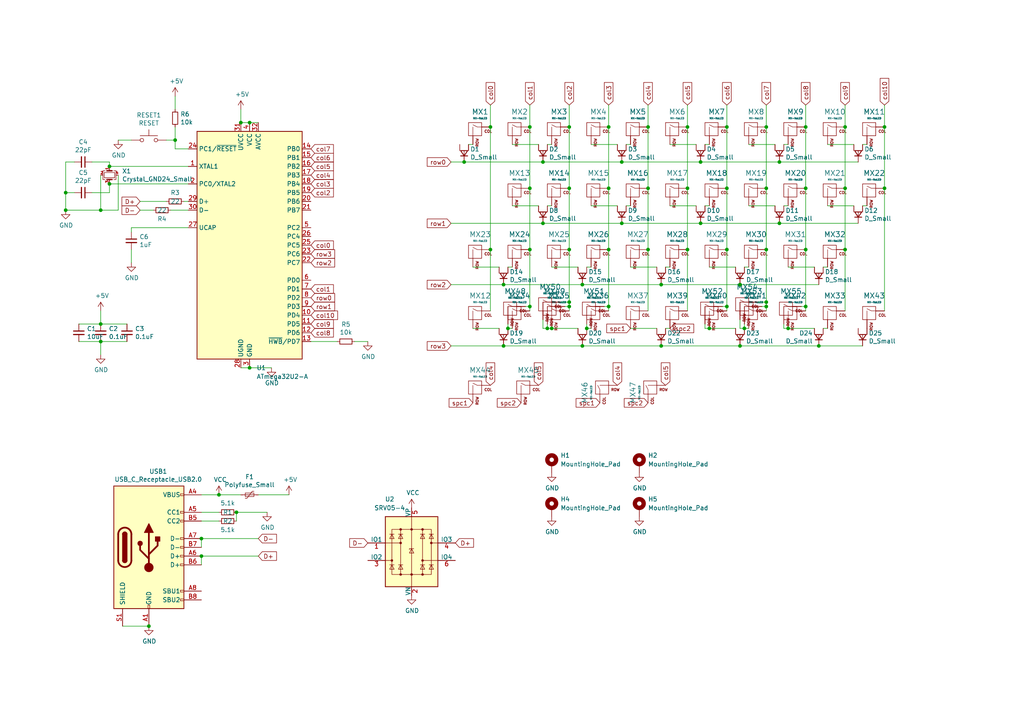
<source format=kicad_sch>
(kicad_sch (version 20211123) (generator eeschema)
  (paper "A4")
  (junction (at 203.2 64.77))
  (junction (at 222.25 87.63))
  (junction (at 72.39 35.56))
  (junction (at 222.25 88.9))
  (junction (at 165.1 54.61))
  (junction (at 187.96 36.83))
  (junction (at 237.49 100.33))
  (junction (at 165.1 36.83))
  (junction (at 210.82 72.39))
  (junction (at 19.05 60.96))
  (junction (at 153.67 36.83))
  (junction (at 233.68 54.61))
  (junction (at 176.53 88.9))
  (junction (at 199.39 72.39))
  (junction (at 142.24 72.39))
  (junction (at 233.68 72.39))
  (junction (at 245.11 72.39))
  (junction (at 245.11 54.61))
  (junction (at 210.82 36.83))
  (junction (at 256.54 36.83))
  (junction (at 226.06 46.99))
  (junction (at 142.24 36.83))
  (junction (at 187.96 72.39))
  (junction (at 214.63 82.55))
  (junction (at 153.67 88.9))
  (junction (at 146.05 82.55))
  (junction (at 157.48 46.99))
  (junction (at 153.67 54.61))
  (junction (at 256.54 54.61))
  (junction (at 226.06 64.77))
  (junction (at 187.96 54.61))
  (junction (at 199.39 54.61))
  (junction (at 222.25 36.83))
  (junction (at 214.63 100.33))
  (junction (at 215.9 95.25))
  (junction (at 165.1 72.39))
  (junction (at 43.18 181.61))
  (junction (at 158.75 95.25))
  (junction (at 199.39 36.83))
  (junction (at 180.34 46.99))
  (junction (at 72.39 106.68))
  (junction (at 69.85 35.56))
  (junction (at 168.91 100.33))
  (junction (at 134.62 46.99))
  (junction (at 160.02 95.25))
  (junction (at 31.75 53.34))
  (junction (at 176.53 54.61))
  (junction (at 203.2 46.99))
  (junction (at 29.21 99.06))
  (junction (at 146.05 100.33))
  (junction (at 29.21 93.98))
  (junction (at 233.68 36.83))
  (junction (at 176.53 36.83))
  (junction (at 228.6 95.25))
  (junction (at 58.42 156.21))
  (junction (at 191.77 82.55))
  (junction (at 180.34 64.77))
  (junction (at 31.75 48.26))
  (junction (at 210.82 54.61))
  (junction (at 168.91 82.55))
  (junction (at 63.5 143.51))
  (junction (at 233.68 88.9))
  (junction (at 157.48 64.77))
  (junction (at 147.32 95.25))
  (junction (at 222.25 54.61))
  (junction (at 222.25 72.39))
  (junction (at 50.8 40.64))
  (junction (at 176.53 72.39))
  (junction (at 19.05 55.88))
  (junction (at 29.21 60.96))
  (junction (at 210.82 88.9))
  (junction (at 165.1 87.63))
  (junction (at 170.18 95.25))
  (junction (at 245.11 36.83))
  (junction (at 58.42 161.29))
  (junction (at 191.77 100.33))
  (junction (at 153.67 72.39))
  (junction (at 68.58 148.59))
  (junction (at 165.1 88.9))
  (junction (at 205.74 95.25))
  (wire (pts (xy 193.04 95.25) (xy 194.31 95.25)))
  (wire (pts (xy 176.53 88.9) (xy 176.53 90.17)))
  (wire (pts (xy 181.61 59.69) (xy 182.88 59.69)))
  (wire (pts (xy 35.56 181.61) (xy 43.18 181.61)))
  (wire (pts (xy 31.75 46.99) (xy 26.67 46.99)))
  (wire (pts (xy 245.11 36.83) (xy 245.11 54.61)))
  (wire (pts (xy 222.25 54.61) (xy 222.25 72.39)))
  (wire (pts (xy 168.91 100.33) (xy 191.77 100.33)))
  (wire (pts (xy 204.47 59.69) (xy 205.74 59.69)))
  (wire (pts (xy 233.68 72.39) (xy 233.68 88.9)))
  (wire (pts (xy 214.63 100.33) (xy 237.49 100.33)))
  (wire (pts (xy 180.34 46.99) (xy 203.2 46.99)))
  (wire (pts (xy 63.5 143.51) (xy 69.85 143.51)))
  (wire (pts (xy 31.75 55.88) (xy 31.75 53.34)))
  (wire (pts (xy 187.96 72.39) (xy 187.96 90.17)))
  (wire (pts (xy 233.68 30.48) (xy 233.68 36.83)))
  (wire (pts (xy 54.61 66.04) (xy 38.1 66.04)))
  (wire (pts (xy 247.65 59.69) (xy 240.03 59.69)))
  (wire (pts (xy 181.61 41.91) (xy 182.88 41.91)))
  (wire (pts (xy 204.47 95.25) (xy 204.47 93.98)))
  (wire (pts (xy 214.63 95.25) (xy 215.9 95.25)))
  (wire (pts (xy 58.42 151.13) (xy 63.5 151.13)))
  (wire (pts (xy 167.64 95.25) (xy 160.02 95.25)))
  (wire (pts (xy 54.61 48.26) (xy 31.75 48.26)))
  (wire (pts (xy 38.1 66.04) (xy 38.1 67.31)))
  (wire (pts (xy 180.34 64.77) (xy 203.2 64.77)))
  (wire (pts (xy 50.8 40.64) (xy 50.8 43.18)))
  (wire (pts (xy 237.49 100.33) (xy 250.19 100.33)))
  (wire (pts (xy 165.1 54.61) (xy 165.1 72.39)))
  (wire (pts (xy 170.18 77.47) (xy 171.45 77.47)))
  (wire (pts (xy 142.24 30.48) (xy 142.24 36.83)))
  (wire (pts (xy 256.54 36.83) (xy 256.54 54.61)))
  (wire (pts (xy 147.32 93.98) (xy 147.32 95.25)))
  (wire (pts (xy 22.86 99.06) (xy 29.21 99.06)))
  (wire (pts (xy 245.11 72.39) (xy 245.11 90.17)))
  (wire (pts (xy 187.96 54.61) (xy 187.96 72.39)))
  (wire (pts (xy 167.64 77.47) (xy 160.02 77.47)))
  (wire (pts (xy 226.06 46.99) (xy 248.92 46.99)))
  (wire (pts (xy 29.21 99.06) (xy 36.83 99.06)))
  (wire (pts (xy 193.04 77.47) (xy 194.31 77.47)))
  (wire (pts (xy 199.39 54.61) (xy 199.39 72.39)))
  (wire (pts (xy 153.67 36.83) (xy 153.67 30.48)))
  (wire (pts (xy 245.11 54.61) (xy 245.11 72.39)))
  (wire (pts (xy 77.47 148.59) (xy 68.58 148.59)))
  (wire (pts (xy 238.76 95.25) (xy 240.03 95.25)))
  (wire (pts (xy 158.75 41.91) (xy 160.02 41.91)))
  (wire (pts (xy 227.33 41.91) (xy 228.6 41.91)))
  (wire (pts (xy 222.25 88.9) (xy 222.25 90.17)))
  (wire (pts (xy 157.48 92.71) (xy 157.48 95.25)))
  (wire (pts (xy 34.29 50.8) (xy 34.29 60.96)))
  (wire (pts (xy 222.25 72.39) (xy 222.25 87.63)))
  (wire (pts (xy 158.75 59.69) (xy 160.02 59.69)))
  (wire (pts (xy 48.26 40.64) (xy 50.8 40.64)))
  (wire (pts (xy 175.26 88.9) (xy 176.53 88.9)))
  (wire (pts (xy 158.75 95.25) (xy 160.02 95.25)))
  (wire (pts (xy 29.21 93.98) (xy 29.21 90.17)))
  (wire (pts (xy 213.36 77.47) (xy 205.74 77.47)))
  (wire (pts (xy 69.85 106.68) (xy 72.39 106.68)))
  (wire (pts (xy 58.42 158.75) (xy 58.42 156.21)))
  (wire (pts (xy 214.63 82.55) (xy 237.49 82.55)))
  (wire (pts (xy 236.22 77.47) (xy 228.6 77.47)))
  (wire (pts (xy 147.32 95.25) (xy 148.59 95.25)))
  (wire (pts (xy 29.21 60.96) (xy 19.05 60.96)))
  (wire (pts (xy 236.22 95.25) (xy 228.6 95.25)))
  (wire (pts (xy 238.76 77.47) (xy 240.03 77.47)))
  (wire (pts (xy 214.63 92.71) (xy 214.63 95.25)))
  (wire (pts (xy 72.39 106.68) (xy 78.74 106.68)))
  (wire (pts (xy 38.1 76.2) (xy 38.1 72.39)))
  (wire (pts (xy 53.34 58.42) (xy 54.61 58.42)))
  (wire (pts (xy 250.19 59.69) (xy 251.46 59.69)))
  (wire (pts (xy 54.61 43.18) (xy 50.8 43.18)))
  (wire (pts (xy 165.1 87.63) (xy 165.1 88.9)))
  (wire (pts (xy 31.75 46.99) (xy 31.75 48.26)))
  (wire (pts (xy 203.2 46.99) (xy 226.06 46.99)))
  (wire (pts (xy 199.39 36.83) (xy 199.39 54.61)))
  (wire (pts (xy 204.47 41.91) (xy 205.74 41.91)))
  (wire (pts (xy 106.68 99.06) (xy 102.87 99.06)))
  (wire (pts (xy 29.21 93.98) (xy 36.83 93.98)))
  (wire (pts (xy 19.05 46.99) (xy 21.59 46.99)))
  (wire (pts (xy 210.82 30.48) (xy 210.82 36.83)))
  (wire (pts (xy 19.05 55.88) (xy 19.05 46.99)))
  (wire (pts (xy 162.56 87.63) (xy 165.1 87.63)))
  (wire (pts (xy 190.5 77.47) (xy 182.88 77.47)))
  (wire (pts (xy 142.24 72.39) (xy 142.24 90.17)))
  (wire (pts (xy 247.65 41.91) (xy 240.03 41.91)))
  (wire (pts (xy 222.25 87.63) (xy 222.25 88.9)))
  (wire (pts (xy 157.48 95.25) (xy 158.75 95.25)))
  (wire (pts (xy 215.9 77.47) (xy 217.17 77.47)))
  (wire (pts (xy 191.77 82.55) (xy 214.63 82.55)))
  (wire (pts (xy 50.8 36.83) (xy 50.8 40.64)))
  (wire (pts (xy 153.67 36.83) (xy 153.67 54.61)))
  (wire (pts (xy 29.21 93.98) (xy 22.86 93.98)))
  (wire (pts (xy 199.39 72.39) (xy 199.39 90.17)))
  (wire (pts (xy 179.07 59.69) (xy 171.45 59.69)))
  (wire (pts (xy 210.82 36.83) (xy 210.82 54.61)))
  (wire (pts (xy 219.71 87.63) (xy 222.25 87.63)))
  (wire (pts (xy 220.98 88.9) (xy 222.25 88.9)))
  (wire (pts (xy 205.74 95.25) (xy 204.47 95.25)))
  (wire (pts (xy 176.53 54.61) (xy 176.53 72.39)))
  (wire (pts (xy 201.93 41.91) (xy 194.31 41.91)))
  (wire (pts (xy 156.21 59.69) (xy 148.59 59.69)))
  (wire (pts (xy 146.05 100.33) (xy 168.91 100.33)))
  (wire (pts (xy 187.96 36.83) (xy 187.96 54.61)))
  (wire (pts (xy 142.24 36.83) (xy 142.24 72.39)))
  (wire (pts (xy 26.67 55.88) (xy 31.75 55.88)))
  (wire (pts (xy 146.05 82.55) (xy 168.91 82.55)))
  (wire (pts (xy 68.58 151.13) (xy 68.58 148.59)))
  (wire (pts (xy 72.39 35.56) (xy 74.93 35.56)))
  (wire (pts (xy 215.9 93.98) (xy 215.9 95.25)))
  (wire (pts (xy 250.19 41.91) (xy 251.46 41.91)))
  (wire (pts (xy 179.07 41.91) (xy 171.45 41.91)))
  (wire (pts (xy 19.05 55.88) (xy 19.05 60.96)))
  (wire (pts (xy 130.81 82.55) (xy 146.05 82.55)))
  (wire (pts (xy 38.1 40.64) (xy 34.29 40.64)))
  (wire (pts (xy 134.62 46.99) (xy 157.48 46.99)))
  (wire (pts (xy 130.81 100.33) (xy 146.05 100.33)))
  (wire (pts (xy 40.64 58.42) (xy 48.26 58.42)))
  (wire (pts (xy 157.48 64.77) (xy 180.34 64.77)))
  (wire (pts (xy 44.45 60.96) (xy 40.64 60.96)))
  (wire (pts (xy 176.53 36.83) (xy 176.53 54.61)))
  (wire (pts (xy 49.53 60.96) (xy 54.61 60.96)))
  (wire (pts (xy 29.21 102.87) (xy 29.21 99.06)))
  (wire (pts (xy 222.25 36.83) (xy 222.25 30.48)))
  (wire (pts (xy 157.48 46.99) (xy 180.34 46.99)))
  (wire (pts (xy 69.85 35.56) (xy 72.39 35.56)))
  (wire (pts (xy 69.85 31.75) (xy 69.85 35.56)))
  (wire (pts (xy 29.21 50.8) (xy 29.21 60.96)))
  (wire (pts (xy 130.81 64.77) (xy 157.48 64.77)))
  (wire (pts (xy 209.55 88.9) (xy 210.82 88.9)))
  (wire (pts (xy 21.59 55.88) (xy 19.05 55.88)))
  (wire (pts (xy 210.82 88.9) (xy 210.82 90.17)))
  (wire (pts (xy 176.53 72.39) (xy 176.53 88.9)))
  (wire (pts (xy 163.83 88.9) (xy 165.1 88.9)))
  (wire (pts (xy 144.78 77.47) (xy 137.16 77.47)))
  (wire (pts (xy 232.41 88.9) (xy 233.68 88.9)))
  (wire (pts (xy 156.21 41.91) (xy 148.59 41.91)))
  (wire (pts (xy 58.42 161.29) (xy 74.93 161.29)))
  (wire (pts (xy 31.75 53.34) (xy 54.61 53.34)))
  (wire (pts (xy 199.39 36.83) (xy 199.39 30.48)))
  (wire (pts (xy 245.11 36.83) (xy 245.11 30.48)))
  (wire (pts (xy 176.53 36.83) (xy 176.53 30.48)))
  (wire (pts (xy 158.75 93.98) (xy 158.75 95.25)))
  (wire (pts (xy 165.1 72.39) (xy 165.1 87.63)))
  (wire (pts (xy 222.25 36.83) (xy 222.25 54.61)))
  (wire (pts (xy 182.88 95.25) (xy 190.5 95.25)))
  (wire (pts (xy 58.42 156.21) (xy 74.93 156.21)))
  (wire (pts (xy 224.79 41.91) (xy 217.17 41.91)))
  (wire (pts (xy 147.32 77.47) (xy 148.59 77.47)))
  (wire (pts (xy 170.18 93.98) (xy 170.18 95.25)))
  (wire (pts (xy 191.77 100.33) (xy 214.63 100.33)))
  (wire (pts (xy 130.81 46.99) (xy 134.62 46.99)))
  (wire (pts (xy 226.06 64.77) (xy 248.92 64.77)))
  (wire (pts (xy 58.42 148.59) (xy 63.5 148.59)))
  (wire (pts (xy 153.67 88.9) (xy 153.67 90.17)))
  (wire (pts (xy 187.96 30.48) (xy 187.96 36.83)))
  (wire (pts (xy 152.4 88.9) (xy 153.67 88.9)))
  (wire (pts (xy 58.42 143.51) (xy 63.5 143.51)))
  (wire (pts (xy 153.67 72.39) (xy 153.67 88.9)))
  (wire (pts (xy 170.18 95.25) (xy 171.45 95.25)))
  (wire (pts (xy 165.1 30.48) (xy 165.1 36.83)))
  (wire (pts (xy 227.33 59.69) (xy 228.6 59.69)))
  (wire (pts (xy 135.89 41.91) (xy 137.16 41.91)))
  (wire (pts (xy 213.36 95.25) (xy 205.74 95.25)))
  (wire (pts (xy 210.82 54.61) (xy 210.82 72.39)))
  (wire (pts (xy 224.79 59.69) (xy 217.17 59.69)))
  (wire (pts (xy 256.54 54.61) (xy 256.54 90.17)))
  (wire (pts (xy 97.79 99.06) (xy 90.17 99.06)))
  (wire (pts (xy 29.21 60.96) (xy 34.29 60.96)))
  (wire (pts (xy 168.91 82.55) (xy 191.77 82.55)))
  (wire (pts (xy 233.68 88.9) (xy 233.68 90.17)))
  (wire (pts (xy 153.67 54.61) (xy 153.67 72.39)))
  (wire (pts (xy 227.33 93.98) (xy 227.33 95.25)))
  (wire (pts (xy 210.82 72.39) (xy 210.82 88.9)))
  (wire (pts (xy 50.8 27.94) (xy 50.8 31.75)))
  (wire (pts (xy 58.42 163.83) (xy 58.42 161.29)))
  (wire (pts (xy 165.1 36.83) (xy 165.1 54.61)))
  (wire (pts (xy 233.68 36.83) (xy 233.68 54.61)))
  (wire (pts (xy 201.93 59.69) (xy 194.31 59.69)))
  (wire (pts (xy 227.33 95.25) (xy 228.6 95.25)))
  (wire (pts (xy 256.54 30.48) (xy 256.54 36.83)))
  (wire (pts (xy 203.2 64.77) (xy 226.06 64.77)))
  (wire (pts (xy 165.1 88.9) (xy 165.1 90.17)))
  (wire (pts (xy 233.68 54.61) (xy 233.68 72.39)))
  (wire (pts (xy 137.16 95.25) (xy 144.78 95.25)))
  (wire (pts (xy 215.9 95.25) (xy 217.17 95.25)))
  (wire (pts (xy 74.93 143.51) (xy 83.82 143.51)))
  (global_label "col3" (shape input) (at 90.17 53.34 0) (property "Intersheet References" "${INTERSHEET_REFS}" (effects hide)))
  (global_label "col10" (shape input) (at 90.17 91.44 0) (property "Intersheet References" "${INTERSHEET_REFS}" (effects hide)))
  (global_label "row0" (shape input) (at 90.17 86.36 0) (property "Intersheet References" "${INTERSHEET_REFS}" (effects hide)))
  (global_label "col5" (shape input) (at 199.39 30.48 90) (property "Intersheet References" "${INTERSHEET_REFS}" (effects hide)))
  (global_label "col4" (shape input) (at 179.07 111.76 90) (property "Intersheet References" "${INTERSHEET_REFS}" (effects hide)))
  (global_label "col6" (shape input) (at 90.17 45.72 0) (property "Intersheet References" "${INTERSHEET_REFS}" (effects hide)))
  (global_label "col9" (shape input) (at 90.17 93.98 0) (property "Intersheet References" "${INTERSHEET_REFS}" (effects hide)))
  (global_label "row3" (shape input) (at 90.17 73.66 0) (property "Intersheet References" "${INTERSHEET_REFS}" (effects hide)))
  (global_label "col6" (shape input) (at 210.82 30.48 90) (property "Intersheet References" "${INTERSHEET_REFS}" (effects hide)))
  (global_label "col9" (shape input) (at 245.11 30.48 90) (property "Intersheet References" "${INTERSHEET_REFS}" (effects hide)))
  (global_label "col7" (shape input) (at 90.17 43.18 0) (property "Intersheet References" "${INTERSHEET_REFS}" (effects hide)))
  (global_label "col0" (shape input) (at 90.17 71.12 0) (property "Intersheet References" "${INTERSHEET_REFS}" (effects hide)))
  (global_label "spc2" (shape input) (at 187.96 116.84 180) (property "Intersheet References" "${INTERSHEET_REFS}" (effects hide)))
  (global_label "D-" (shape input) (at 74.93 156.21 0) (property "Intersheet References" "${INTERSHEET_REFS}" (effects hide)))
  (global_label "row0" (shape input) (at 130.81 46.99 180) (property "Intersheet References" "${INTERSHEET_REFS}" (effects hide)))
  (global_label "spc2" (shape input) (at 151.13 116.84 180) (property "Intersheet References" "${INTERSHEET_REFS}" (effects hide)))
  (global_label "col1" (shape input) (at 90.17 83.82 0) (property "Intersheet References" "${INTERSHEET_REFS}" (effects hide)))
  (global_label "col10" (shape input) (at 256.54 30.48 90) (property "Intersheet References" "${INTERSHEET_REFS}" (effects hide)))
  (global_label "spc1" (shape input) (at 182.88 95.25 180) (property "Intersheet References" "${INTERSHEET_REFS}" (effects hide)))
  (global_label "D+" (shape input) (at 132.08 157.48 0) (property "Intersheet References" "${INTERSHEET_REFS}" (effects hide)))
  (global_label "row2" (shape input) (at 130.81 82.55 180) (property "Intersheet References" "${INTERSHEET_REFS}" (effects hide)))
  (global_label "col5" (shape input) (at 156.21 111.76 90) (property "Intersheet References" "${INTERSHEET_REFS}" (effects hide)))
  (global_label "spc2" (shape input) (at 194.31 95.25 0) (property "Intersheet References" "${INTERSHEET_REFS}" (effects hide)))
  (global_label "col8" (shape input) (at 233.68 30.48 90) (property "Intersheet References" "${INTERSHEET_REFS}" (effects hide)))
  (global_label "row1" (shape input) (at 130.81 64.77 180) (property "Intersheet References" "${INTERSHEET_REFS}" (effects hide)))
  (global_label "col5" (shape input) (at 90.17 48.26 0) (property "Intersheet References" "${INTERSHEET_REFS}" (effects hide)))
  (global_label "col1" (shape input) (at 153.67 30.48 90) (property "Intersheet References" "${INTERSHEET_REFS}" (effects hide)))
  (global_label "spc1" (shape input) (at 173.99 116.84 180) (property "Intersheet References" "${INTERSHEET_REFS}" (effects hide)))
  (global_label "D-" (shape input) (at 106.68 157.48 180) (property "Intersheet References" "${INTERSHEET_REFS}" (effects hide)))
  (global_label "D+" (shape input) (at 74.93 161.29 0) (property "Intersheet References" "${INTERSHEET_REFS}" (effects hide)))
  (global_label "col2" (shape input) (at 165.1 30.48 90) (property "Intersheet References" "${INTERSHEET_REFS}" (effects hide)))
  (global_label "col4" (shape input) (at 90.17 50.8 0) (property "Intersheet References" "${INTERSHEET_REFS}" (effects hide)))
  (global_label "D+" (shape input) (at 40.64 58.42 180) (property "Intersheet References" "${INTERSHEET_REFS}" (effects hide)))
  (global_label "col4" (shape input) (at 187.96 30.48 90) (property "Intersheet References" "${INTERSHEET_REFS}" (effects hide)))
  (global_label "col8" (shape input) (at 90.17 96.52 0) (property "Intersheet References" "${INTERSHEET_REFS}" (effects hide)))
  (global_label "row3" (shape input) (at 130.81 100.33 180) (property "Intersheet References" "${INTERSHEET_REFS}" (effects hide)))
  (global_label "spc1" (shape input) (at 137.16 116.84 180) (property "Intersheet References" "${INTERSHEET_REFS}" (effects hide)))
  (global_label "D-" (shape input) (at 40.64 60.96 180) (property "Intersheet References" "${INTERSHEET_REFS}" (effects hide)))
  (global_label "col4" (shape input) (at 142.24 111.76 90) (property "Intersheet References" "${INTERSHEET_REFS}" (effects hide)))
  (global_label "row2" (shape input) (at 90.17 76.2 0) (property "Intersheet References" "${INTERSHEET_REFS}" (effects hide)))
  (global_label "col7" (shape input) (at 222.25 30.48 90) (property "Intersheet References" "${INTERSHEET_REFS}" (effects hide)))
  (global_label "col2" (shape input) (at 90.17 55.88 0) (property "Intersheet References" "${INTERSHEET_REFS}" (effects hide)))
  (global_label "row1" (shape input) (at 90.17 88.9 0) (property "Intersheet References" "${INTERSHEET_REFS}" (effects hide)))
  (global_label "col5" (shape input) (at 193.04 111.76 90) (property "Intersheet References" "${INTERSHEET_REFS}" (effects hide)))
  (global_label "col3" (shape input) (at 176.53 30.48 90) (property "Intersheet References" "${INTERSHEET_REFS}" (effects hide)))
  (global_label "col0" (shape input) (at 142.24 30.48 90) (property "Intersheet References" "${INTERSHEET_REFS}" (effects hide)))
  (symbol (lib_id "power:+5V") (at 69.85 31.75 0) (unit 1)
    (property "Reference" "#PWR02" (effects hide))
    (property "Value" "+5V" (at 70.231 27.3558 0))
  )
  (symbol (lib_id "power:GND") (at 78.74 106.68 0) (unit 1)
    (property "Reference" "#PWR017" (effects hide))
    (property "Value" "GND" (at 78.867 111.0742 0))
  )
  (symbol (lib_id "Device:R_Small") (at 100.33 99.06 270) (unit 1)
    (property "Reference" "R5" (at 100.33 94.0816 90))
    (property "Value" "10k" (at 100.33 96.393 90))
    (property "Footprint" "Resistor_SMD:R_0805_2012Metric" (effects hide))
    (property "LCSC" "C17414" (effects hide))
  )
  (symbol (lib_id "power:GND") (at 106.68 99.06 0) (unit 1)
    (property "Reference" "#PWR012" (effects hide))
    (property "Value" "GND" (at 106.807 103.4542 0))
  )
  (symbol (lib_id "Device:C_Small") (at 38.1 69.85 0) (unit 1)
    (property "Reference" "C6" (at 40.4368 68.6816 0) (effects (justify left)))
    (property "Value" "1uF" (at 40.4368 70.993 0) (effects (justify left)))
    (property "Footprint" "Capacitor_SMD:C_0805_2012Metric" (effects hide))
    (property "LCSC" "C24123" (effects hide))
  )
  (symbol (lib_id "power:GND") (at 38.1 76.2 0) (unit 1)
    (property "Reference" "#PWR010" (effects hide))
    (property "Value" "GND" (at 38.227 80.5942 0))
  )
  (symbol (lib_id "power:GND") (at 29.21 102.87 0) (unit 1)
    (property "Reference" "#PWR016" (effects hide))
    (property "Value" "GND" (at 29.337 107.2642 0))
  )
  (symbol (lib_id "power:+5V") (at 29.21 90.17 0) (unit 1)
    (property "Reference" "#PWR015" (effects hide))
    (property "Value" "+5V" (at 29.591 85.7758 0))
  )
  (symbol (lib_id "Device:C_Small") (at 29.21 96.52 0) (unit 1)
    (property "Reference" "C2" (at 31.5468 95.3516 0) (effects (justify left)))
    (property "Value" "0.1uF" (at 31.5468 97.663 0) (effects (justify left)))
    (property "Footprint" "Capacitor_SMD:C_0805_2012Metric" (effects hide))
    (property "LCSC" "C49678" (effects hide))
  )
  (symbol (lib_id "Device:C_Small") (at 36.83 96.52 0) (unit 1)
    (property "Reference" "C3" (at 39.1668 95.3516 0) (effects (justify left)))
    (property "Value" "0.1uF" (at 39.1668 97.663 0) (effects (justify left)))
    (property "Footprint" "Capacitor_SMD:C_0805_2012Metric" (effects hide))
    (property "LCSC" "C49678" (effects hide))
  )
  (symbol (lib_id "Device:C_Small") (at 22.86 96.52 0) (unit 1)
    (property "Reference" "C1" (at 25.1968 95.3516 0) (effects (justify left)))
    (property "Value" "10uF" (at 25.1968 97.663 0) (effects (justify left)))
    (property "Footprint" "Capacitor_SMD:C_0805_2012Metric" (effects hide))
    (property "LCSC" "C91245" (effects hide))
  )
  (symbol (lib_id "Device:Crystal_GND24_Small") (at 31.75 50.8 270) (unit 1)
    (property "Reference" "X1" (at 35.4076 49.6316 90) (effects (justify left)))
    (property "Value" "Crystal_GND24_Small" (at 35.4076 51.943 90) (effects (justify left)))
    (property "Footprint" "Crystal:Crystal_SMD_3225-4Pin_3.2x2.5mm" (effects hide))
    (property "LCSC" "C13738" (effects hide))
  )
  (symbol (lib_id "Device:C_Small") (at 24.13 46.99 270) (unit 1)
    (property "Reference" "C4" (at 24.13 41.1734 90))
    (property "Value" "22pF" (at 24.13 43.4848 90))
    (property "Footprint" "Capacitor_SMD:C_0805_2012Metric" (effects hide))
    (property "LCSC" "C1804" (effects hide))
  )
  (symbol (lib_id "Device:C_Small") (at 24.13 55.88 270) (unit 1)
    (property "Reference" "C5" (at 24.13 50.0634 90))
    (property "Value" "22pF" (at 24.13 52.3748 90))
    (property "Footprint" "Capacitor_SMD:C_0805_2012Metric" (effects hide))
    (property "LCSC" "C1804" (effects hide))
  )
  (symbol (lib_id "power:GND") (at 19.05 60.96 0) (unit 1)
    (property "Reference" "#PWR04" (effects hide))
    (property "Value" "GND" (at 19.177 65.3542 0))
  )
  (symbol (lib_id "Switch:SW_Push") (at 43.18 40.64 0) (unit 1)
    (property "Reference" "RESET1" (at 43.18 33.401 0))
    (property "Value" "RESET" (at 43.18 35.7124 0))
    (property "Footprint" "Connector_PinHeader_2.54mm:PinHeader_1x02_P2.54mm_Vertical" (effects hide))
  )
  (symbol (lib_id "power:GND") (at 34.29 40.64 0) (unit 1)
    (property "Reference" "#PWR03" (effects hide))
    (property "Value" "GND" (at 34.417 45.0342 0))
  )
  (symbol (lib_id "Device:R_Small") (at 50.8 34.29 180) (unit 1)
    (property "Reference" "R6" (at 52.2986 33.1216 0) (effects (justify right)))
    (property "Value" "10k" (at 52.2986 35.433 0) (effects (justify right)))
    (property "Footprint" "Resistor_SMD:R_0805_2012Metric" (effects hide))
    (property "LCSC" "C17414" (effects hide))
  )
  (symbol (lib_id "power:+5V") (at 50.8 27.94 0) (unit 1)
    (property "Reference" "#PWR01" (effects hide))
    (property "Value" "+5V" (at 51.181 23.5458 0))
  )
  (symbol (lib_id "Device:R_Small") (at 50.8 58.42 90) (unit 1)
    (property "Reference" "R3" (at 50.8 55.88 90))
    (property "Value" "22" (at 50.8 58.42 90))
    (property "Footprint" "Resistor_SMD:R_0805_2012Metric" (effects hide))
    (property "LCSC" "C17561" (effects hide))
  )
  (symbol (lib_id "Device:R_Small") (at 46.99 60.96 90) (unit 1)
    (property "Reference" "R4" (at 46.99 63.5 90))
    (property "Value" "22" (at 46.99 60.96 90))
    (property "Footprint" "Resistor_SMD:R_0805_2012Metric" (effects hide))
    (property "LCSC" "C17561" (effects hide))
  )
  (symbol (lib_id "Device:Polyfuse_Small") (at 72.39 143.51 270) (unit 1)
    (property "Reference" "F1" (at 72.39 138.303 90))
    (property "Value" "Polyfuse_Small" (at 72.39 140.6144 90))
    (property "Footprint" "Fuse:Fuse_1206_3216Metric" (effects hide))
    (property "LCSC" "C69688" (effects hide))
  )
  (symbol (lib_id "power:+5V") (at 83.82 143.51 0) (unit 1)
    (property "Reference" "#PWR06" (effects hide))
    (property "Value" "+5V" (at 84.201 139.1158 0))
  )
  (symbol (lib_id "power:VCC") (at 63.5 143.51 0) (unit 1)
    (property "Reference" "#PWR07" (effects hide))
    (property "Value" "VCC" (at 63.881 139.1158 0))
  )
  (symbol (lib_id "power:GND") (at 43.18 181.61 0) (unit 1)
    (property "Reference" "#PWR08" (effects hide))
    (property "Value" "GND" (at 43.307 186.0042 0))
  )
  (symbol (lib_id "MX_Alps_Hybrid:MX-NoLED") (at 149.86 38.1 0) (unit 1)
    (property "Reference" "MX2" (at 150.6982 32.4358 0) (effects (font (size 1.524 1.524))))
    (property "Value" "MX-NoLED" (at 150.6982 34.3154 0) (effects (font (size 0.508 0.508))))
    (property "Footprint" "MX_Only:MXOnly-1U-NoLED" (effects hide))
  )
  (symbol (lib_id "MX_Alps_Hybrid:MX-NoLED") (at 161.29 38.1 0) (unit 1)
    (property "Reference" "MX3" (at 162.1282 32.4358 0) (effects (font (size 1.524 1.524))))
    (property "Value" "MX-NoLED" (at 162.1282 34.3154 0) (effects (font (size 0.508 0.508))))
    (property "Footprint" "MX_Only:MXOnly-1U-NoLED" (effects hide))
  )
  (symbol (lib_id "MX_Alps_Hybrid:MX-NoLED") (at 172.72 38.1 0) (unit 1)
    (property "Reference" "MX4" (at 173.5582 32.4358 0) (effects (font (size 1.524 1.524))))
    (property "Value" "MX-NoLED" (at 173.5582 34.3154 0) (effects (font (size 0.508 0.508))))
    (property "Footprint" "MX_Only:MXOnly-1U-NoLED" (effects hide))
  )
  (symbol (lib_id "MX_Alps_Hybrid:MX-NoLED") (at 184.15 38.1 0) (unit 1)
    (property "Reference" "MX5" (at 184.9882 32.4358 0) (effects (font (size 1.524 1.524))))
    (property "Value" "MX-NoLED" (at 184.9882 34.3154 0) (effects (font (size 0.508 0.508))))
    (property "Footprint" "MX_Only:MXOnly-1U-NoLED" (effects hide))
  )
  (symbol (lib_id "custom:D_AAK_Small") (at 157.48 44.45 90) (unit 1)
    (property "Reference" "D2" (at 159.258 43.2816 90) (effects (justify right)))
    (property "Value" "D_Small" (at 159.258 45.593 90) (effects (justify right)))
    (property "Footprint" "custom_parts:D_SOT-23_ANK_norm" (effects hide))
    (property "LCSC" "C68978" (effects hide))
  )
  (symbol (lib_id "MX_Alps_Hybrid:MX-NoLED") (at 195.58 38.1 0) (unit 1)
    (property "Reference" "MX6" (at 196.4182 32.4358 0) (effects (font (size 1.524 1.524))))
    (property "Value" "MX-NoLED" (at 196.4182 34.3154 0) (effects (font (size 0.508 0.508))))
    (property "Footprint" "MX_Only:MXOnly-1U-NoLED" (effects hide))
  )
  (symbol (lib_id "MX_Alps_Hybrid:MX-NoLED") (at 207.01 38.1 0) (unit 1)
    (property "Reference" "MX7" (at 207.8482 32.4358 0) (effects (font (size 1.524 1.524))))
    (property "Value" "MX-NoLED" (at 207.8482 34.3154 0) (effects (font (size 0.508 0.508))))
    (property "Footprint" "MX_Only:MXOnly-1U-NoLED" (effects hide))
  )
  (symbol (lib_id "custom:D_AAK_Small") (at 180.34 44.45 90) (unit 1)
    (property "Reference" "D3" (at 182.118 43.2816 90) (effects (justify right)))
    (property "Value" "D_Small" (at 182.118 45.593 90) (effects (justify right)))
    (property "Footprint" "custom_parts:D_SOT-23_ANK_norm" (effects hide))
    (property "LCSC" "C68978" (effects hide))
  )
  (symbol (lib_id "MX_Alps_Hybrid:MX-NoLED") (at 218.44 38.1 0) (unit 1)
    (property "Reference" "MX8" (at 219.2782 32.4358 0) (effects (font (size 1.524 1.524))))
    (property "Value" "MX-NoLED" (at 219.2782 34.3154 0) (effects (font (size 0.508 0.508))))
    (property "Footprint" "MX_Only:MXOnly-1U-NoLED" (effects hide))
  )
  (symbol (lib_id "MX_Alps_Hybrid:MX-NoLED") (at 229.87 38.1 0) (unit 1)
    (property "Reference" "MX9" (at 230.7082 32.4358 0) (effects (font (size 1.524 1.524))))
    (property "Value" "MX-NoLED" (at 230.7082 34.3154 0) (effects (font (size 0.508 0.508))))
    (property "Footprint" "MX_Only:MXOnly-1U-NoLED" (effects hide))
  )
  (symbol (lib_id "custom:D_AAK_Small") (at 203.2 44.45 90) (unit 1)
    (property "Reference" "D4" (at 204.978 43.2816 90) (effects (justify right)))
    (property "Value" "D_Small" (at 204.978 45.593 90) (effects (justify right)))
    (property "Footprint" "custom_parts:D_SOT-23_ANK_norm" (effects hide))
    (property "LCSC" "C68978" (effects hide))
  )
  (symbol (lib_id "MX_Alps_Hybrid:MX-NoLED") (at 241.3 38.1 0) (unit 1)
    (property "Reference" "MX10" (at 242.1382 32.4358 0) (effects (font (size 1.524 1.524))))
    (property "Value" "MX-NoLED" (at 242.1382 34.3154 0) (effects (font (size 0.508 0.508))))
    (property "Footprint" "MX_Only:MXOnly-1U-NoLED" (effects hide))
  )
  (symbol (lib_id "custom:D_AAK_Small") (at 226.06 44.45 90) (unit 1)
    (property "Reference" "D5" (at 227.838 43.2816 90) (effects (justify right)))
    (property "Value" "D_Small" (at 227.838 45.593 90) (effects (justify right)))
    (property "Footprint" "custom_parts:D_SOT-23_ANK_norm" (effects hide))
    (property "LCSC" "C68978" (effects hide))
  )
  (symbol (lib_id "power:VCC") (at 119.38 147.32 0) (unit 1)
    (property "Reference" "#PWR0103" (effects hide))
    (property "Value" "VCC" (at 119.761 142.9258 0))
  )
  (symbol (lib_id "Connector:USB_C_Receptacle_USB2.0") (at 43.18 158.75 0) (unit 1)
    (property "Reference" "USB1" (at 45.8978 136.7282 0))
    (property "Value" "USB_C_Receptacle_USB2.0" (at 45.8978 139.0396 0))
    (property "Footprint" "Connector_USB:USB_C_Receptacle_HRO_TYPE-C-31-M-12" (effects hide))
    (property "Datasheet" "https://www.usb.org/sites/default/files/documents/usb_type-c.zip" (effects hide))
    (property "LCSC" "C165948" (effects hide))
  )
  (symbol (lib_id "Device:R_Small") (at 66.04 148.59 270) (unit 1)
    (property "Reference" "R1" (at 66.04 148.59 90))
    (property "Value" "5.1k" (at 66.04 145.923 90))
    (property "Footprint" "Resistor_SMD:R_0805_2012Metric" (effects hide))
    (property "LCSC" "C27834" (effects hide))
  )
  (symbol (lib_id "Device:R_Small") (at 66.04 151.13 270) (unit 1)
    (property "Reference" "R2" (at 66.04 151.13 90))
    (property "Value" "5.1k" (at 66.04 153.67 90))
    (property "Footprint" "Resistor_SMD:R_0805_2012Metric" (effects hide))
    (property "LCSC" "C27834" (effects hide))
  )
  (symbol (lib_id "power:GND") (at 77.47 148.59 0) (unit 1)
    (property "Reference" "#PWR0104" (effects hide))
    (property "Value" "GND" (at 77.597 152.9842 0))
  )
  (symbol (lib_id "MX_Alps_Hybrid:MX-NoLED") (at 138.43 38.1 0) (unit 1)
    (property "Reference" "MX1" (at 139.2682 32.4358 0) (effects (font (size 1.524 1.524))))
    (property "Value" "MX-NoLED" (at 139.2682 34.3154 0) (effects (font (size 0.508 0.508))))
    (property "Footprint" "MX_Only:MXOnly-1U-NoLED" (effects hide))
  )
  (symbol (lib_id "Power_Protection:SRV05-4") (at 119.38 160.02 0) (unit 1)
    (property "Reference" "U2" (at 113.03 144.78 0))
    (property "Value" "SRV05-4" (at 113.03 147.32 0))
    (property "Footprint" "Package_TO_SOT_SMD:SOT-23-6" (effects hide))
    (property "Datasheet" "http://www.onsemi.com/pub/Collateral/SRV05-4-D.PDF" (effects hide))
    (property "LCSC" "C85364" (effects hide))
  )
  (symbol (lib_id "power:GND") (at 119.38 172.72 0) (unit 1)
    (property "Reference" "#PWR014" (effects hide))
    (property "Value" "GND" (at 119.507 177.1142 0))
  )
  (symbol (lib_id "MX_Alps_Hybrid:MX-NoLED") (at 252.73 38.1 0) (unit 1)
    (property "Reference" "MX11" (at 253.5682 32.4358 0) (effects (font (size 1.524 1.524))))
    (property "Value" "MX-NoLED" (at 253.5682 34.3154 0) (effects (font (size 0.508 0.508))))
    (property "Footprint" "MX_Only:MXOnly-1U-NoLED" (effects hide))
  )
  (symbol (lib_id "custom:D_AAK_Small") (at 134.62 44.45 90) (unit 1)
    (property "Reference" "D1" (at 136.398 43.2816 90) (effects (justify right)))
    (property "Value" "D_Small" (at 136.398 45.593 90) (effects (justify right)))
    (property "Footprint" "custom_parts:D_SOT-23_ANK_norm" (effects hide))
    (property "LCSC" "C68978" (effects hide))
  )
  (symbol (lib_id "MX_Alps_Hybrid:MX-NoLED") (at 149.86 91.44 0) (unit 1)
    (property "Reference" "MX34" (at 150.6982 85.7758 0) (effects (font (size 1.524 1.524))))
    (property "Value" "MX-NoLED" (at 150.6982 87.6554 0) (effects (font (size 0.508 0.508))))
    (property "Footprint" "MX_Only:MXOnly-1.25U-NoLED" (effects hide))
  )
  (symbol (lib_id "MX_Alps_Hybrid:MX-NoLED") (at 138.43 113.03 0) (unit 1)
    (property "Reference" "MX44" (at 139.2682 107.3658 0) (effects (font (size 1.524 1.524))))
    (property "Value" "MX-NoLED" (at 139.2682 109.2454 0) (effects (font (size 0.508 0.508))))
    (property "Footprint" "MX_Only:MXOnly-2.75U-ReversedStabilizers-NoLED" (effects hide))
  )
  (symbol (lib_id "Mechanical:MountingHole_Pad") (at 185.42 134.62 0) (unit 1)
    (property "Reference" "H2" (at 187.96 132.0799 0) (effects (justify left)))
    (property "Value" "MountingHole_Pad" (at 187.96 134.6199 0) (effects (justify left)))
    (property "Footprint" "MountingHole:MountingHole_2.2mm_M2_DIN965_Pad" (effects hide))
  )
  (symbol (lib_id "MX_Alps_Hybrid:MX-NoLED") (at 228.6 90.17 0) (unit 1)
    (property "Reference" "MX55" (at 229.4382 84.5058 0) (effects (font (size 1.524 1.524))))
    (property "Value" "MX-NoLED" (at 229.4382 86.3854 0) (effects (font (size 0.508 0.508))))
    (property "Footprint" "MX_Only:MXOnly-1.5U-NoLED" (effects hide))
  )
  (symbol (lib_id "MX_Alps_Hybrid:MX-NoLED") (at 171.45 90.17 0) (unit 1)
    (property "Reference" "MX51" (at 172.2882 84.5058 0) (effects (font (size 1.524 1.524))))
    (property "Value" "MX-NoLED" (at 172.2882 86.3854 0) (effects (font (size 0.508 0.508))))
    (property "Footprint" "MX_Only:MXOnly-1U-NoLED" (effects hide))
  )
  (symbol (lib_id "MX_Alps_Hybrid:MX-NoLED") (at 218.44 91.44 0) (unit 1)
    (property "Reference" "MX41" (at 219.2782 85.7758 0) (effects (font (size 1.524 1.524))))
    (property "Value" "MX-NoLED" (at 219.2782 87.6554 0) (effects (font (size 0.508 0.508))))
    (property "Footprint" "MX_Only:MXOnly-1U-NoLED" (effects hide))
  )
  (symbol (lib_id "custom:D_AAK_Small") (at 180.34 62.23 90) (unit 1)
    (property "Reference" "D9" (at 182.118 61.0616 90) (effects (justify right)))
    (property "Value" "D_Small" (at 182.118 63.373 90) (effects (justify right)))
    (property "Footprint" "custom_parts:D_SOT-23_ANK_norm" (effects hide))
    (property "LCSC" "C68978" (effects hide))
  )
  (symbol (lib_id "MX_Alps_Hybrid:MX-NoLED") (at 160.02 90.17 0) (unit 1)
    (property "Reference" "MX49" (at 160.8582 84.5058 0) (effects (font (size 1.524 1.524))))
    (property "Value" "MX-NoLED" (at 160.8582 86.3854 0) (effects (font (size 0.508 0.508))))
    (property "Footprint" "MX_Only:MXOnly-1.25U-NoLED" (effects hide))
  )
  (symbol (lib_id "custom:D_AAK_Small") (at 237.49 97.79 270) (mirror x) (unit 1)
    (property "Reference" "D24" (at 235.712 96.6216 90) (effects (justify right)))
    (property "Value" "D_Small" (at 235.712 98.933 90) (effects (justify right)))
    (property "Footprint" "custom_parts:D_SOT-23_ANK_norm" (effects hide))
    (property "LCSC" "C68978" (effects hide))
  )
  (symbol (lib_id "MX_Alps_Hybrid:MX-NoLED") (at 241.3 55.88 0) (unit 1)
    (property "Reference" "MX21" (at 242.1382 50.2158 0) (effects (font (size 1.524 1.524))))
    (property "Value" "MX-NoLED" (at 242.1382 52.0954 0) (effects (font (size 0.508 0.508))))
    (property "Footprint" "MX_Only:MXOnly-1U-NoLED" (effects hide))
  )
  (symbol (lib_id "MX_Alps_Hybrid:MX-NoLED") (at 172.72 55.88 0) (unit 1)
    (property "Reference" "MX15" (at 173.5582 50.2158 0) (effects (font (size 1.524 1.524))))
    (property "Value" "MX-NoLED" (at 173.5582 52.0954 0) (effects (font (size 0.508 0.508))))
    (property "Footprint" "MX_Only:MXOnly-1U-NoLED" (effects hide))
  )
  (symbol (lib_id "MX_Alps_Hybrid:MX-NoLED") (at 184.15 73.66 0) (unit 1)
    (property "Reference" "MX27" (at 184.9882 67.9958 0) (effects (font (size 1.524 1.524))))
    (property "Value" "MX-NoLED" (at 184.9882 69.8754 0) (effects (font (size 0.508 0.508))))
    (property "Footprint" "MX_Only:MXOnly-1U-NoLED" (effects hide))
  )
  (symbol (lib_id "MX_Alps_Hybrid:MX-NoLED") (at 172.72 73.66 0) (unit 1)
    (property "Reference" "MX26" (at 173.5582 67.9958 0) (effects (font (size 1.524 1.524))))
    (property "Value" "MX-NoLED" (at 173.5582 69.8754 0) (effects (font (size 0.508 0.508))))
    (property "Footprint" "MX_Only:MXOnly-1U-NoLED" (effects hide))
  )
  (symbol (lib_id "custom:D_AAK_Small") (at 226.06 62.23 90) (unit 1)
    (property "Reference" "D11" (at 227.838 61.0616 90) (effects (justify right)))
    (property "Value" "D_Small" (at 227.838 63.373 90) (effects (justify right)))
    (property "Footprint" "custom_parts:D_SOT-23_ANK_norm" (effects hide))
    (property "LCSC" "C68978" (effects hide))
  )
  (symbol (lib_id "MX_Alps_Hybrid:MX-NoLED") (at 152.4 113.03 0) (unit 1)
    (property "Reference" "MX45" (at 153.2382 107.3658 0) (effects (font (size 1.524 1.524))))
    (property "Value" "MX-NoLED" (at 153.2382 109.2454 0) (effects (font (size 0.508 0.508))))
    (property "Footprint" "MX_Only:MXOnly-2.25U-ReversedStabilizers-NoLED" (effects hide))
  )
  (symbol (lib_id "MX_Alps_Hybrid:MX-NoLED") (at 184.15 55.88 0) (unit 1)
    (property "Reference" "MX16" (at 184.9882 50.2158 0) (effects (font (size 1.524 1.524))))
    (property "Value" "MX-NoLED" (at 184.9882 52.0954 0) (effects (font (size 0.508 0.508))))
    (property "Footprint" "MX_Only:MXOnly-1U-NoLED" (effects hide))
  )
  (symbol (lib_id "custom:D_AAK_Small") (at 250.19 97.79 90) (unit 1)
    (property "Reference" "D25" (at 251.968 96.6216 90) (effects (justify right)))
    (property "Value" "D_Small" (at 251.968 98.933 90) (effects (justify right)))
    (property "Footprint" "custom_parts:D_SOT-23_ANK_norm" (effects hide))
    (property "LCSC" "C68978" (effects hide))
  )
  (symbol (lib_id "MX_Alps_Hybrid:MX-NoLED") (at 138.43 73.66 0) (unit 1)
    (property "Reference" "MX23" (at 139.2682 67.9958 0) (effects (font (size 1.524 1.524))))
    (property "Value" "MX-NoLED" (at 139.2682 69.8754 0) (effects (font (size 0.508 0.508))))
    (property "Footprint" "MX_Only:MXOnly-1.75U-NoLED" (effects hide))
  )
  (symbol (lib_id "custom:D_AAK_Small") (at 248.92 44.45 90) (unit 1)
    (property "Reference" "D6" (at 250.698 43.2816 90) (effects (justify right)))
    (property "Value" "D_Small" (at 250.698 45.593 90) (effects (justify right)))
    (property "Footprint" "custom_parts:D_SOT-23_ANK_norm" (effects hide))
    (property "LCSC" "C68978" (effects hide))
  )
  (symbol (lib_id "MCU_Microchip_ATmega:ATmega32U2-A") (at 72.39 71.12 0) (unit 1)
    (property "Reference" "U1" (at 74.4094 106.68 0) (effects (justify left)))
    (property "Value" "ATmega32U2-A" (at 74.4094 109.22 0) (effects (justify left)))
    (property "Footprint" "Package_QFP:TQFP-32_7x7mm_P0.8mm" (effects hide))
    (property "Datasheet" "http://ww1.microchip.com/downloads/en/DeviceDoc/doc7799.pdf" (effects hide))
    (property "LCSC" "C618733" (effects hide))
  )
  (symbol (lib_id "MX_Alps_Hybrid:MX-NoLED") (at 148.59 90.17 0) (unit 1)
    (property "Reference" "MX48" (at 149.4282 84.5058 0) (effects (font (size 1.524 1.524))))
    (property "Value" "MX-NoLED" (at 149.4282 86.3854 0) (effects (font (size 0.508 0.508))))
    (property "Footprint" "MX_Only:MXOnly-1.5U-NoLED" (effects hide))
  )
  (symbol (lib_id "MX_Alps_Hybrid:MX-NoLED") (at 184.15 91.44 0) (unit 1)
    (property "Reference" "MX37" (at 184.9882 85.7758 0) (effects (font (size 1.524 1.524))))
    (property "Value" "MX-NoLED" (at 184.9882 87.6554 0) (effects (font (size 0.508 0.508))))
    (property "Footprint" "MX_Only:MXOnly-3U-ReversedStabilizers-NoLED" (effects hide))
  )
  (symbol (lib_id "MX_Alps_Hybrid:MX-NoLED") (at 205.74 90.17 0) (unit 1)
    (property "Reference" "MX52" (at 206.5782 84.5058 0) (effects (font (size 1.524 1.524))))
    (property "Value" "MX-NoLED" (at 206.5782 86.3854 0) (effects (font (size 0.508 0.508))))
    (property "Footprint" "MX_Only:MXOnly-1U-NoLED" (effects hide))
  )
  (symbol (lib_id "custom:D_AAK_Small") (at 214.63 97.79 90) (unit 1)
    (property "Reference" "D23" (at 216.408 96.6216 90) (effects (justify right)))
    (property "Value" "D_Small" (at 216.408 98.933 90) (effects (justify right)))
    (property "Footprint" "custom_parts:D_SOT-23_ANK_norm" (effects hide))
    (property "LCSC" "C68978" (effects hide))
  )
  (symbol (lib_id "MX_Alps_Hybrid:MX-NoLED") (at 138.43 91.44 0) (unit 1)
    (property "Reference" "MX12" (at 139.2682 85.7758 0) (effects (font (size 1.524 1.524))))
    (property "Value" "MX-NoLED" (at 139.2682 87.6554 0) (effects (font (size 0.508 0.508))))
    (property "Footprint" "MX_Only:MXOnly-1.25U-NoLED" (effects hide))
  )
  (symbol (lib_id "custom:D_AAK_Small") (at 191.77 97.79 90) (unit 1)
    (property "Reference" "D22" (at 193.548 96.6216 90) (effects (justify right)))
    (property "Value" "D_Small" (at 193.548 98.933 90) (effects (justify right)))
    (property "Footprint" "custom_parts:D_SOT-23_ANK_norm" (effects hide))
    (property "LCSC" "C68978" (effects hide))
  )
  (symbol (lib_id "custom:D_AAK_Small") (at 168.91 97.79 90) (unit 1)
    (property "Reference" "D20" (at 170.688 96.6216 90) (effects (justify right)))
    (property "Value" "D_Small" (at 170.688 98.933 90) (effects (justify right)))
    (property "Footprint" "custom_parts:D_SOT-23_ANK_norm" (effects hide))
    (property "LCSC" "C68978" (effects hide))
  )
  (symbol (lib_id "custom:D_AAK_Small") (at 237.49 80.01 90) (unit 1)
    (property "Reference" "D18" (at 239.268 78.8416 90) (effects (justify right)))
    (property "Value" "D_Small" (at 239.268 81.153 90) (effects (justify right)))
    (property "Footprint" "custom_parts:D_SOT-23_ANK_norm" (effects hide))
    (property "LCSC" "C68978" (effects hide))
  )
  (symbol (lib_id "MX_Alps_Hybrid:MX-NoLED") (at 158.75 88.9 0) (unit 1)
    (property "Reference" "MX50" (at 159.5882 83.2358 0) (effects (font (size 1.524 1.524))))
    (property "Value" "MX-NoLED" (at 159.5882 85.1154 0) (effects (font (size 0.508 0.508))))
    (property "Footprint" "MX_Only:MXOnly-1U-NoLED" (effects hide))
  )
  (symbol (lib_id "MX_Alps_Hybrid:MX-NoLED") (at 218.44 55.88 0) (unit 1)
    (property "Reference" "MX19" (at 219.2782 50.2158 0) (effects (font (size 1.524 1.524))))
    (property "Value" "MX-NoLED" (at 219.2782 52.0954 0) (effects (font (size 0.508 0.508))))
    (property "Footprint" "MX_Only:MXOnly-1U-NoLED" (effects hide))
  )
  (symbol (lib_id "custom:D_AAK_Small") (at 248.92 62.23 90) (unit 1)
    (property "Reference" "D12" (at 250.698 61.0616 90) (effects (justify right)))
    (property "Value" "D_Small" (at 250.698 63.373 90) (effects (justify right)))
    (property "Footprint" "custom_parts:D_SOT-23_ANK_norm" (effects hide))
    (property "LCSC" "C68978" (effects hide))
  )
  (symbol (lib_id "Mechanical:MountingHole_Pad") (at 160.02 134.62 0) (unit 1)
    (property "Reference" "H1" (at 162.56 132.0799 0) (effects (justify left)))
    (property "Value" "MountingHole_Pad" (at 162.56 134.6199 0) (effects (justify left)))
    (property "Footprint" "MountingHole:MountingHole_2.2mm_M2_DIN965_Pad" (effects hide))
  )
  (symbol (lib_id "MX_Alps_Hybrid:MX-NoLED") (at 195.58 73.66 0) (unit 1)
    (property "Reference" "MX28" (at 196.4182 67.9958 0) (effects (font (size 1.524 1.524))))
    (property "Value" "MX-NoLED" (at 196.4182 69.8754 0) (effects (font (size 0.508 0.508))))
    (property "Footprint" "MX_Only:MXOnly-1U-NoLED" (effects hide))
  )
  (symbol (lib_id "custom:D_AAK_Small") (at 191.77 80.01 90) (unit 1)
    (property "Reference" "D16" (at 193.548 78.8416 90) (effects (justify right)))
    (property "Value" "D_Small" (at 193.548 81.153 90) (effects (justify right)))
    (property "Footprint" "custom_parts:D_SOT-23_ANK_norm" (effects hide))
    (property "LCSC" "C68978" (effects hide))
  )
  (symbol (lib_id "power:GND") (at 160.02 149.86 0) (unit 1)
    (property "Reference" "#PWR0102" (effects hide))
    (property "Value" "GND" (at 160.147 154.2542 0))
  )
  (symbol (lib_id "Mechanical:MountingHole_Pad") (at 185.42 147.32 0) (unit 1)
    (property "Reference" "H5" (at 187.96 144.7799 0) (effects (justify left)))
    (property "Value" "MountingHole_Pad" (at 187.96 147.3199 0) (effects (justify left)))
    (property "Footprint" "MountingHole:MountingHole_2.2mm_M2_DIN965_Pad" (effects hide))
  )
  (symbol (lib_id "MX_Alps_Hybrid:MX-NoLED") (at 207.01 73.66 0) (unit 1)
    (property "Reference" "MX29" (at 207.8482 67.9958 0) (effects (font (size 1.524 1.524))))
    (property "Value" "MX-NoLED" (at 207.8482 69.8754 0) (effects (font (size 0.508 0.508))))
    (property "Footprint" "MX_Only:MXOnly-1U-NoLED" (effects hide))
  )
  (symbol (lib_id "MX_Alps_Hybrid:MX-NoLED") (at 175.26 113.03 90) (mirror x) (unit 1)
    (property "Reference" "MX46" (at 169.5958 113.8682 0) (effects (font (size 1.524 1.524))))
    (property "Value" "MX-NoLED" (at 171.4754 113.8682 0) (effects (font (size 0.508 0.508))))
    (property "Footprint" "MX_Only:MXOnly-2.25U-ReversedStabilizers-NoLED" (effects hide))
  )
  (symbol (lib_id "MX_Alps_Hybrid:MX-NoLED") (at 252.73 55.88 0) (unit 1)
    (property "Reference" "MX22" (at 253.5682 50.2158 0) (effects (font (size 1.524 1.524))))
    (property "Value" "MX-NoLED" (at 253.5682 52.0954 0) (effects (font (size 0.508 0.508))))
    (property "Footprint" "MX_Only:MXOnly-1.75U-NoLED" (effects hide))
  )
  (symbol (lib_id "MX_Alps_Hybrid:MX-NoLED") (at 189.23 113.03 90) (mirror x) (unit 1)
    (property "Reference" "MX47" (at 183.5658 113.8682 0) (effects (font (size 1.524 1.524))))
    (property "Value" "MX-NoLED" (at 185.4454 113.8682 0) (effects (font (size 0.508 0.508))))
    (property "Footprint" "MX_Only:MXOnly-2.75U-ReversedStabilizers-NoLED" (effects hide))
  )
  (symbol (lib_id "MX_Alps_Hybrid:MX-NoLED") (at 149.86 73.66 0) (unit 1)
    (property "Reference" "MX24" (at 150.6982 67.9958 0) (effects (font (size 1.524 1.524))))
    (property "Value" "MX-NoLED" (at 150.6982 69.8754 0) (effects (font (size 0.508 0.508))))
    (property "Footprint" "MX_Only:MXOnly-1U-NoLED" (effects hide))
  )
  (symbol (lib_id "MX_Alps_Hybrid:MX-NoLED") (at 252.73 91.44 0) (unit 1)
    (property "Reference" "MX43" (at 253.5682 85.7758 0) (effects (font (size 1.524 1.524))))
    (property "Value" "MX-NoLED" (at 253.5682 87.6554 0) (effects (font (size 0.508 0.508))))
    (property "Footprint" "MX_Only:MXOnly-1U-NoLED" (effects hide))
  )
  (symbol (lib_id "custom:D_AAK_Small") (at 157.48 62.23 90) (unit 1)
    (property "Reference" "D8" (at 159.258 61.0616 90) (effects (justify right)))
    (property "Value" "D_Small" (at 159.258 63.373 90) (effects (justify right)))
    (property "Footprint" "custom_parts:D_SOT-23_ANK_norm" (effects hide))
    (property "LCSC" "C68978" (effects hide))
  )
  (symbol (lib_id "MX_Alps_Hybrid:MX-NoLED") (at 218.44 73.66 0) (unit 1)
    (property "Reference" "MX30" (at 219.2782 67.9958 0) (effects (font (size 1.524 1.524))))
    (property "Value" "MX-NoLED" (at 219.2782 69.8754 0) (effects (font (size 0.508 0.508))))
    (property "Footprint" "MX_Only:MXOnly-1U-NoLED" (effects hide))
  )
  (symbol (lib_id "custom:D_AAK_Small") (at 168.91 80.01 90) (unit 1)
    (property "Reference" "D15" (at 170.688 78.8416 90) (effects (justify right)))
    (property "Value" "D_Small" (at 170.688 81.153 90) (effects (justify right)))
    (property "Footprint" "custom_parts:D_SOT-23_ANK_norm" (effects hide))
    (property "LCSC" "C68978" (effects hide))
  )
  (symbol (lib_id "MX_Alps_Hybrid:MX-NoLED") (at 195.58 55.88 0) (unit 1)
    (property "Reference" "MX17" (at 196.4182 50.2158 0) (effects (font (size 1.524 1.524))))
    (property "Value" "MX-NoLED" (at 196.4182 52.0954 0) (effects (font (size 0.508 0.508))))
    (property "Footprint" "MX_Only:MXOnly-1U-NoLED" (effects hide))
  )
  (symbol (lib_id "MX_Alps_Hybrid:MX-NoLED") (at 207.01 55.88 0) (unit 1)
    (property "Reference" "MX18" (at 207.8482 50.2158 0) (effects (font (size 1.524 1.524))))
    (property "Value" "MX-NoLED" (at 207.8482 52.0954 0) (effects (font (size 0.508 0.508))))
    (property "Footprint" "MX_Only:MXOnly-1U-NoLED" (effects hide))
  )
  (symbol (lib_id "MX_Alps_Hybrid:MX-NoLED") (at 229.87 55.88 0) (unit 1)
    (property "Reference" "MX20" (at 230.7082 50.2158 0) (effects (font (size 1.524 1.524))))
    (property "Value" "MX-NoLED" (at 230.7082 52.0954 0) (effects (font (size 0.508 0.508))))
    (property "Footprint" "MX_Only:MXOnly-1U-NoLED" (effects hide))
  )
  (symbol (lib_id "MX_Alps_Hybrid:MX-NoLED") (at 161.29 91.44 0) (unit 1)
    (property "Reference" "MX35" (at 162.1282 85.7758 0) (effects (font (size 1.524 1.524))))
    (property "Value" "MX-NoLED" (at 162.1282 87.6554 0) (effects (font (size 0.508 0.508))))
    (property "Footprint" "MX_Only:MXOnly-1U-NoLED" (effects hide))
  )
  (symbol (lib_id "MX_Alps_Hybrid:MX-NoLED") (at 241.3 91.44 0) (unit 1)
    (property "Reference" "MX33" (at 242.1382 85.7758 0) (effects (font (size 1.524 1.524))))
    (property "Value" "MX-NoLED" (at 242.1382 87.6554 0) (effects (font (size 0.508 0.508))))
    (property "Footprint" "MX_Only:MXOnly-1.25U-NoLED" (effects hide))
  )
  (symbol (lib_id "Mechanical:MountingHole_Pad") (at 160.02 147.32 0) (unit 1)
    (property "Reference" "H4" (at 162.56 144.7799 0) (effects (justify left)))
    (property "Value" "MountingHole_Pad" (at 162.56 147.3199 0) (effects (justify left)))
    (property "Footprint" "MountingHole:MountingHole_2.2mm_M2_DIN965_Pad" (effects hide))
  )
  (symbol (lib_id "custom:D_AAK_Small") (at 214.63 80.01 90) (unit 1)
    (property "Reference" "D17" (at 216.408 78.8416 90) (effects (justify right)))
    (property "Value" "D_Small" (at 216.408 81.153 90) (effects (justify right)))
    (property "Footprint" "custom_parts:D_SOT-23_ANK_norm" (effects hide))
    (property "LCSC" "C68978" (effects hide))
  )
  (symbol (lib_id "custom:D_AAK_Small") (at 146.05 97.79 90) (unit 1)
    (property "Reference" "D19" (at 147.828 96.6216 90) (effects (justify right)))
    (property "Value" "D_Small" (at 147.828 98.933 90) (effects (justify right)))
    (property "Footprint" "custom_parts:D_SOT-23_ANK_norm" (effects hide))
    (property "LCSC" "C68978" (effects hide))
  )
  (symbol (lib_id "MX_Alps_Hybrid:MX-NoLED") (at 195.58 91.44 0) (unit 1)
    (property "Reference" "MX39" (at 196.4182 85.7758 0) (effects (font (size 1.524 1.524))))
    (property "Value" "MX-NoLED" (at 196.4182 87.6554 0) (effects (font (size 0.508 0.508))))
    (property "Footprint" "MX_Only:MXOnly-2U-ReversedStabilizers-NoLED" (effects hide))
  )
  (symbol (lib_id "custom:D_AAK_Small") (at 203.2 62.23 90) (unit 1)
    (property "Reference" "D10" (at 204.978 61.0616 90) (effects (justify right)))
    (property "Value" "D_Small" (at 204.978 63.373 90) (effects (justify right)))
    (property "Footprint" "custom_parts:D_SOT-23_ANK_norm" (effects hide))
    (property "LCSC" "C68978" (effects hide))
  )
  (symbol (lib_id "power:GND") (at 160.02 137.16 0) (unit 1)
    (property "Reference" "#PWR0101" (effects hide))
    (property "Value" "GND" (at 160.147 141.5542 0))
  )
  (symbol (lib_id "MX_Alps_Hybrid:MX-NoLED") (at 241.3 73.66 0) (unit 1)
    (property "Reference" "MX32" (at 242.1382 67.9958 0) (effects (font (size 1.524 1.524))))
    (property "Value" "MX-NoLED" (at 242.1382 69.8754 0) (effects (font (size 0.508 0.508))))
    (property "Footprint" "MX_Only:MXOnly-1U-NoLED" (effects hide))
  )
  (symbol (lib_id "MX_Alps_Hybrid:MX-NoLED") (at 172.72 91.44 0) (unit 1)
    (property "Reference" "MX36" (at 173.5582 85.7758 0) (effects (font (size 1.524 1.524))))
    (property "Value" "MX-NoLED" (at 173.5582 87.6554 0) (effects (font (size 0.508 0.508))))
    (property "Footprint" "MX_Only:MXOnly-1.25U-NoLED" (effects hide))
  )
  (symbol (lib_id "MX_Alps_Hybrid:MX-NoLED") (at 217.17 90.17 0) (unit 1)
    (property "Reference" "MX53" (at 218.0082 84.5058 0) (effects (font (size 1.524 1.524))))
    (property "Value" "MX-NoLED" (at 218.0082 86.3854 0) (effects (font (size 0.508 0.508))))
    (property "Footprint" "MX_Only:MXOnly-1.25U-NoLED" (effects hide))
  )
  (symbol (lib_id "power:GND") (at 185.42 149.86 0) (unit 1)
    (property "Reference" "#PWR0106" (effects hide))
    (property "Value" "GND" (at 185.547 154.2542 0))
  )
  (symbol (lib_id "MX_Alps_Hybrid:MX-NoLED") (at 207.01 91.44 0) (unit 1)
    (property "Reference" "MX40" (at 207.8482 85.7758 0) (effects (font (size 1.524 1.524))))
    (property "Value" "MX-NoLED" (at 207.8482 87.6554 0) (effects (font (size 0.508 0.508))))
    (property "Footprint" "MX_Only:MXOnly-1.25U-NoLED" (effects hide))
  )
  (symbol (lib_id "power:GND") (at 185.42 137.16 0) (unit 1)
    (property "Reference" "#PWR0105" (effects hide))
    (property "Value" "GND" (at 185.547 141.5542 0))
  )
  (symbol (lib_id "MX_Alps_Hybrid:MX-NoLED") (at 229.87 73.66 0) (unit 1)
    (property "Reference" "MX31" (at 230.7082 67.9958 0) (effects (font (size 1.524 1.524))))
    (property "Value" "MX-NoLED" (at 230.7082 69.8754 0) (effects (font (size 0.508 0.508))))
    (property "Footprint" "MX_Only:MXOnly-1U-NoLED" (effects hide))
  )
  (symbol (lib_id "MX_Alps_Hybrid:MX-NoLED") (at 215.9 88.9 0) (unit 1)
    (property "Reference" "MX54" (at 216.7382 83.2358 0) (effects (font (size 1.524 1.524))))
    (property "Value" "MX-NoLED" (at 216.7382 85.1154 0) (effects (font (size 0.508 0.508))))
    (property "Footprint" "MX_Only:MXOnly-1U-NoLED" (effects hide))
  )
  (symbol (lib_id "custom:D_AAK_Small") (at 146.05 80.01 90) (unit 1)
    (property "Reference" "D14" (at 147.828 78.8416 90) (effects (justify right)))
    (property "Value" "D_Small" (at 147.828 81.153 90) (effects (justify right)))
    (property "Footprint" "custom_parts:D_SOT-23_ANK_norm" (effects hide))
    (property "LCSC" "C68978" (effects hide))
  )
  (symbol (lib_id "MX_Alps_Hybrid:MX-NoLED") (at 149.86 55.88 0) (unit 1)
    (property "Reference" "MX13" (at 150.6982 50.2158 0) (effects (font (size 1.524 1.524))))
    (property "Value" "MX-NoLED" (at 150.6982 52.0954 0) (effects (font (size 0.508 0.508))))
    (property "Footprint" "MX_Only:MXOnly-1U-NoLED" (effects hide))
  )
  (symbol (lib_id "MX_Alps_Hybrid:MX-NoLED") (at 229.87 91.44 0) (unit 1)
    (property "Reference" "MX42" (at 230.7082 85.7758 0) (effects (font (size 1.524 1.524))))
    (property "Value" "MX-NoLED" (at 230.7082 87.6554 0) (effects (font (size 0.508 0.508))))
    (property "Footprint" "MX_Only:MXOnly-1.25U-NoLED" (effects hide))
  )
  (symbol (lib_id "MX_Alps_Hybrid:MX-NoLED") (at 161.29 73.66 0) (unit 1)
    (property "Reference" "MX25" (at 162.1282 67.9958 0) (effects (font (size 1.524 1.524))))
    (property "Value" "MX-NoLED" (at 162.1282 69.8754 0) (effects (font (size 0.508 0.508))))
    (property "Footprint" "MX_Only:MXOnly-1U-NoLED" (effects hide))
  )
  (symbol (lib_id "MX_Alps_Hybrid:MX-NoLED") (at 161.29 55.88 0) (unit 1)
    (property "Reference" "MX14" (at 162.1282 50.2158 0) (effects (font (size 1.524 1.524))))
    (property "Value" "MX-NoLED" (at 162.1282 52.0954 0) (effects (font (size 0.508 0.508))))
    (property "Footprint" "MX_Only:MXOnly-1U-NoLED" (effects hide))
  )
)
</source>
